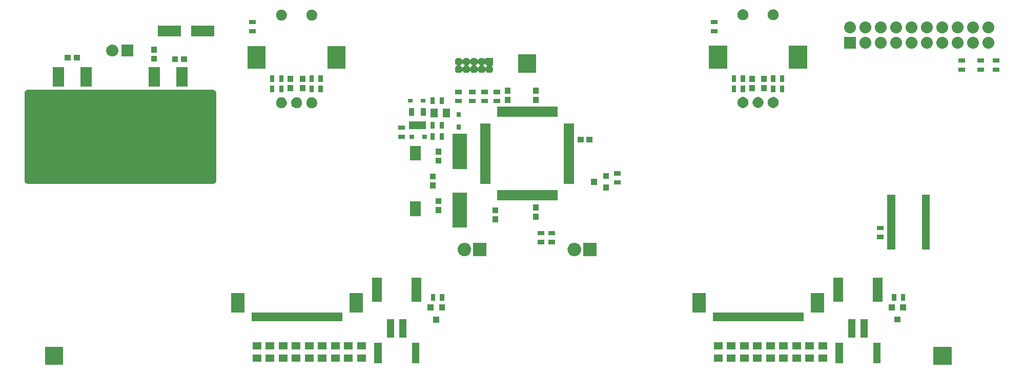
<source format=gbr>
G04 #@! TF.GenerationSoftware,KiCad,Pcbnew,5.0.2-bee76a0~70~ubuntu18.04.1*
G04 #@! TF.CreationDate,2019-04-15T14:09:08+02:00*
G04 #@! TF.ProjectId,top-board,746f702d-626f-4617-9264-2e6b69636164,rev?*
G04 #@! TF.SameCoordinates,PX47b3528PY2897428*
G04 #@! TF.FileFunction,Soldermask,Top*
G04 #@! TF.FilePolarity,Negative*
%FSLAX46Y46*%
G04 Gerber Fmt 4.6, Leading zero omitted, Abs format (unit mm)*
G04 Created by KiCad (PCBNEW 5.0.2-bee76a0~70~ubuntu18.04.1) date Mon 15 Apr 2019 02:09:08 PM CEST*
%MOMM*%
%LPD*%
G01*
G04 APERTURE LIST*
%ADD10C,0.100000*%
G04 APERTURE END LIST*
D10*
G36*
X151614000Y-56516400D02*
X148614000Y-56516400D01*
X148614000Y-53516400D01*
X151614000Y-53516400D01*
X151614000Y-56516400D01*
X151614000Y-56516400D01*
G37*
G36*
X4827400Y-56516400D02*
X1827400Y-56516400D01*
X1827400Y-53516400D01*
X4827400Y-53516400D01*
X4827400Y-56516400D01*
X4827400Y-56516400D01*
G37*
G36*
X133646540Y-56259200D02*
X132446540Y-56259200D01*
X132446540Y-52859200D01*
X133646540Y-52859200D01*
X133646540Y-56259200D01*
X133646540Y-56259200D01*
G37*
G36*
X139846540Y-56259200D02*
X138646540Y-56259200D01*
X138646540Y-52859200D01*
X139846540Y-52859200D01*
X139846540Y-56259200D01*
X139846540Y-56259200D01*
G37*
G36*
X57446540Y-56259200D02*
X56246540Y-56259200D01*
X56246540Y-52859200D01*
X57446540Y-52859200D01*
X57446540Y-56259200D01*
X57446540Y-56259200D01*
G37*
G36*
X63646540Y-56259200D02*
X62446540Y-56259200D01*
X62446540Y-52859200D01*
X63646540Y-52859200D01*
X63646540Y-56259200D01*
X63646540Y-56259200D01*
G37*
G36*
X37555600Y-56001900D02*
X36105600Y-56001900D01*
X36105600Y-54801900D01*
X37555600Y-54801900D01*
X37555600Y-56001900D01*
X37555600Y-56001900D01*
G37*
G36*
X115914600Y-56001900D02*
X114464600Y-56001900D01*
X114464600Y-54801900D01*
X115914600Y-54801900D01*
X115914600Y-56001900D01*
X115914600Y-56001900D01*
G37*
G36*
X118073600Y-56001900D02*
X116623600Y-56001900D01*
X116623600Y-54801900D01*
X118073600Y-54801900D01*
X118073600Y-56001900D01*
X118073600Y-56001900D01*
G37*
G36*
X122391600Y-56001900D02*
X120941600Y-56001900D01*
X120941600Y-54801900D01*
X122391600Y-54801900D01*
X122391600Y-56001900D01*
X122391600Y-56001900D01*
G37*
G36*
X131027600Y-56001900D02*
X129577600Y-56001900D01*
X129577600Y-54801900D01*
X131027600Y-54801900D01*
X131027600Y-56001900D01*
X131027600Y-56001900D01*
G37*
G36*
X52668600Y-56001900D02*
X51218600Y-56001900D01*
X51218600Y-54801900D01*
X52668600Y-54801900D01*
X52668600Y-56001900D01*
X52668600Y-56001900D01*
G37*
G36*
X50509600Y-56001900D02*
X49059600Y-56001900D01*
X49059600Y-54801900D01*
X50509600Y-54801900D01*
X50509600Y-56001900D01*
X50509600Y-56001900D01*
G37*
G36*
X48350600Y-56001900D02*
X46900600Y-56001900D01*
X46900600Y-54801900D01*
X48350600Y-54801900D01*
X48350600Y-56001900D01*
X48350600Y-56001900D01*
G37*
G36*
X44032600Y-56001900D02*
X42582600Y-56001900D01*
X42582600Y-54801900D01*
X44032600Y-54801900D01*
X44032600Y-56001900D01*
X44032600Y-56001900D01*
G37*
G36*
X54827600Y-56001900D02*
X53377600Y-56001900D01*
X53377600Y-54801900D01*
X54827600Y-54801900D01*
X54827600Y-56001900D01*
X54827600Y-56001900D01*
G37*
G36*
X124550600Y-56001900D02*
X123100600Y-56001900D01*
X123100600Y-54801900D01*
X124550600Y-54801900D01*
X124550600Y-56001900D01*
X124550600Y-56001900D01*
G37*
G36*
X120232600Y-56001900D02*
X118782600Y-56001900D01*
X118782600Y-54801900D01*
X120232600Y-54801900D01*
X120232600Y-56001900D01*
X120232600Y-56001900D01*
G37*
G36*
X126709600Y-56001900D02*
X125259600Y-56001900D01*
X125259600Y-54801900D01*
X126709600Y-54801900D01*
X126709600Y-56001900D01*
X126709600Y-56001900D01*
G37*
G36*
X128868600Y-56001900D02*
X127418600Y-56001900D01*
X127418600Y-54801900D01*
X128868600Y-54801900D01*
X128868600Y-56001900D01*
X128868600Y-56001900D01*
G37*
G36*
X113755600Y-56001900D02*
X112305600Y-56001900D01*
X112305600Y-54801900D01*
X113755600Y-54801900D01*
X113755600Y-56001900D01*
X113755600Y-56001900D01*
G37*
G36*
X39714600Y-56001900D02*
X38264600Y-56001900D01*
X38264600Y-54801900D01*
X39714600Y-54801900D01*
X39714600Y-56001900D01*
X39714600Y-56001900D01*
G37*
G36*
X41873600Y-56001900D02*
X40423600Y-56001900D01*
X40423600Y-54801900D01*
X41873600Y-54801900D01*
X41873600Y-56001900D01*
X41873600Y-56001900D01*
G37*
G36*
X46191600Y-56001900D02*
X44741600Y-56001900D01*
X44741600Y-54801900D01*
X46191600Y-54801900D01*
X46191600Y-56001900D01*
X46191600Y-56001900D01*
G37*
G36*
X52668600Y-54001900D02*
X51218600Y-54001900D01*
X51218600Y-52801900D01*
X52668600Y-52801900D01*
X52668600Y-54001900D01*
X52668600Y-54001900D01*
G37*
G36*
X54827600Y-54001900D02*
X53377600Y-54001900D01*
X53377600Y-52801900D01*
X54827600Y-52801900D01*
X54827600Y-54001900D01*
X54827600Y-54001900D01*
G37*
G36*
X46191600Y-54001900D02*
X44741600Y-54001900D01*
X44741600Y-52801900D01*
X46191600Y-52801900D01*
X46191600Y-54001900D01*
X46191600Y-54001900D01*
G37*
G36*
X44032600Y-54001900D02*
X42582600Y-54001900D01*
X42582600Y-52801900D01*
X44032600Y-52801900D01*
X44032600Y-54001900D01*
X44032600Y-54001900D01*
G37*
G36*
X48350600Y-54001900D02*
X46900600Y-54001900D01*
X46900600Y-52801900D01*
X48350600Y-52801900D01*
X48350600Y-54001900D01*
X48350600Y-54001900D01*
G37*
G36*
X50509600Y-54001900D02*
X49059600Y-54001900D01*
X49059600Y-52801900D01*
X50509600Y-52801900D01*
X50509600Y-54001900D01*
X50509600Y-54001900D01*
G37*
G36*
X37555600Y-54001900D02*
X36105600Y-54001900D01*
X36105600Y-52801900D01*
X37555600Y-52801900D01*
X37555600Y-54001900D01*
X37555600Y-54001900D01*
G37*
G36*
X41873600Y-54001900D02*
X40423600Y-54001900D01*
X40423600Y-52801900D01*
X41873600Y-52801900D01*
X41873600Y-54001900D01*
X41873600Y-54001900D01*
G37*
G36*
X131027600Y-54001900D02*
X129577600Y-54001900D01*
X129577600Y-52801900D01*
X131027600Y-52801900D01*
X131027600Y-54001900D01*
X131027600Y-54001900D01*
G37*
G36*
X124550600Y-54001900D02*
X123100600Y-54001900D01*
X123100600Y-52801900D01*
X124550600Y-52801900D01*
X124550600Y-54001900D01*
X124550600Y-54001900D01*
G37*
G36*
X118073600Y-54001900D02*
X116623600Y-54001900D01*
X116623600Y-52801900D01*
X118073600Y-52801900D01*
X118073600Y-54001900D01*
X118073600Y-54001900D01*
G37*
G36*
X126709600Y-54001900D02*
X125259600Y-54001900D01*
X125259600Y-52801900D01*
X126709600Y-52801900D01*
X126709600Y-54001900D01*
X126709600Y-54001900D01*
G37*
G36*
X115914600Y-54001900D02*
X114464600Y-54001900D01*
X114464600Y-52801900D01*
X115914600Y-52801900D01*
X115914600Y-54001900D01*
X115914600Y-54001900D01*
G37*
G36*
X128868600Y-54001900D02*
X127418600Y-54001900D01*
X127418600Y-52801900D01*
X128868600Y-52801900D01*
X128868600Y-54001900D01*
X128868600Y-54001900D01*
G37*
G36*
X113755600Y-54001900D02*
X112305600Y-54001900D01*
X112305600Y-52801900D01*
X113755600Y-52801900D01*
X113755600Y-54001900D01*
X113755600Y-54001900D01*
G37*
G36*
X39714600Y-54001900D02*
X38264600Y-54001900D01*
X38264600Y-52801900D01*
X39714600Y-52801900D01*
X39714600Y-54001900D01*
X39714600Y-54001900D01*
G37*
G36*
X120232600Y-54001900D02*
X118782600Y-54001900D01*
X118782600Y-52801900D01*
X120232600Y-52801900D01*
X120232600Y-54001900D01*
X120232600Y-54001900D01*
G37*
G36*
X122391600Y-54001900D02*
X120941600Y-54001900D01*
X120941600Y-52801900D01*
X122391600Y-52801900D01*
X122391600Y-54001900D01*
X122391600Y-54001900D01*
G37*
G36*
X135744600Y-52035400D02*
X134544600Y-52035400D01*
X134544600Y-48985400D01*
X135744600Y-48985400D01*
X135744600Y-52035400D01*
X135744600Y-52035400D01*
G37*
G36*
X137744600Y-52035400D02*
X136544600Y-52035400D01*
X136544600Y-48985400D01*
X137744600Y-48985400D01*
X137744600Y-52035400D01*
X137744600Y-52035400D01*
G37*
G36*
X59544600Y-52035400D02*
X58344600Y-52035400D01*
X58344600Y-48985400D01*
X59544600Y-48985400D01*
X59544600Y-52035400D01*
X59544600Y-52035400D01*
G37*
G36*
X61544600Y-52035400D02*
X60344600Y-52035400D01*
X60344600Y-48985400D01*
X61544600Y-48985400D01*
X61544600Y-52035400D01*
X61544600Y-52035400D01*
G37*
G36*
X66974390Y-49529670D02*
X65974290Y-49529670D01*
X65974290Y-48529570D01*
X66974390Y-48529570D01*
X66974390Y-49529670D01*
X66974390Y-49529670D01*
G37*
G36*
X143161690Y-49516970D02*
X142161590Y-49516970D01*
X142161590Y-48516870D01*
X143161690Y-48516870D01*
X143161690Y-49516970D01*
X143161690Y-49516970D01*
G37*
G36*
X127134600Y-49324900D02*
X112134600Y-49324900D01*
X112134600Y-47874900D01*
X127134600Y-47874900D01*
X127134600Y-49324900D01*
X127134600Y-49324900D01*
G37*
G36*
X50934600Y-49324900D02*
X35934600Y-49324900D01*
X35934600Y-47874900D01*
X50934600Y-47874900D01*
X50934600Y-49324900D01*
X50934600Y-49324900D01*
G37*
G36*
X130524600Y-47874900D02*
X128324600Y-47874900D01*
X128324600Y-44674900D01*
X130524600Y-44674900D01*
X130524600Y-47874900D01*
X130524600Y-47874900D01*
G37*
G36*
X110944600Y-47874900D02*
X108744600Y-47874900D01*
X108744600Y-44674900D01*
X110944600Y-44674900D01*
X110944600Y-47874900D01*
X110944600Y-47874900D01*
G37*
G36*
X34744600Y-47874900D02*
X32544600Y-47874900D01*
X32544600Y-44674900D01*
X34744600Y-44674900D01*
X34744600Y-47874900D01*
X34744600Y-47874900D01*
G37*
G36*
X54324600Y-47874900D02*
X52124600Y-47874900D01*
X52124600Y-44674900D01*
X54324600Y-44674900D01*
X54324600Y-47874900D01*
X54324600Y-47874900D01*
G37*
G36*
X67924390Y-47530690D02*
X66924290Y-47530690D01*
X66924290Y-46530590D01*
X67924390Y-46530590D01*
X67924390Y-47530690D01*
X67924390Y-47530690D01*
G37*
G36*
X66024390Y-47530690D02*
X65024290Y-47530690D01*
X65024290Y-46530590D01*
X66024390Y-46530590D01*
X66024390Y-47530690D01*
X66024390Y-47530690D01*
G37*
G36*
X144111690Y-47517990D02*
X143111590Y-47517990D01*
X143111590Y-46517890D01*
X144111690Y-46517890D01*
X144111690Y-47517990D01*
X144111690Y-47517990D01*
G37*
G36*
X142211690Y-47517990D02*
X141211590Y-47517990D01*
X141211590Y-46517890D01*
X142211690Y-46517890D01*
X142211690Y-47517990D01*
X142211690Y-47517990D01*
G37*
G36*
X133694600Y-46135400D02*
X132094600Y-46135400D01*
X132094600Y-42135400D01*
X133694600Y-42135400D01*
X133694600Y-46135400D01*
X133694600Y-46135400D01*
G37*
G36*
X63994600Y-46135400D02*
X62394600Y-46135400D01*
X62394600Y-42135400D01*
X63994600Y-42135400D01*
X63994600Y-46135400D01*
X63994600Y-46135400D01*
G37*
G36*
X140194600Y-46135400D02*
X138594600Y-46135400D01*
X138594600Y-42135400D01*
X140194600Y-42135400D01*
X140194600Y-46135400D01*
X140194600Y-46135400D01*
G37*
G36*
X57494600Y-46135400D02*
X55894600Y-46135400D01*
X55894600Y-42135400D01*
X57494600Y-42135400D01*
X57494600Y-46135400D01*
X57494600Y-46135400D01*
G37*
G36*
X143952140Y-45965200D02*
X143252140Y-45965200D01*
X143252140Y-44865200D01*
X143952140Y-44865200D01*
X143952140Y-45965200D01*
X143952140Y-45965200D01*
G37*
G36*
X66264840Y-45965200D02*
X65564840Y-45965200D01*
X65564840Y-44865200D01*
X66264840Y-44865200D01*
X66264840Y-45965200D01*
X66264840Y-45965200D01*
G37*
G36*
X67764840Y-45965200D02*
X67064840Y-45965200D01*
X67064840Y-44865200D01*
X67764840Y-44865200D01*
X67764840Y-45965200D01*
X67764840Y-45965200D01*
G37*
G36*
X142452140Y-45965200D02*
X141752140Y-45965200D01*
X141752140Y-44865200D01*
X142452140Y-44865200D01*
X142452140Y-45965200D01*
X142452140Y-45965200D01*
G37*
G36*
X92943100Y-38563400D02*
X90711100Y-38563400D01*
X90711100Y-36331400D01*
X92943100Y-36331400D01*
X92943100Y-38563400D01*
X92943100Y-38563400D01*
G37*
G36*
X89374709Y-36334630D02*
X89505874Y-36347548D01*
X89716241Y-36411362D01*
X89764067Y-36436925D01*
X89910116Y-36514990D01*
X90080049Y-36654451D01*
X90219510Y-36824384D01*
X90233843Y-36851200D01*
X90323138Y-37018259D01*
X90386952Y-37228626D01*
X90408499Y-37447400D01*
X90386952Y-37666174D01*
X90323138Y-37876541D01*
X90323135Y-37876546D01*
X90219510Y-38070416D01*
X90080049Y-38240349D01*
X89910116Y-38379810D01*
X89764067Y-38457875D01*
X89716241Y-38483438D01*
X89505874Y-38547252D01*
X89374709Y-38560170D01*
X89341919Y-38563400D01*
X89232281Y-38563400D01*
X89199491Y-38560170D01*
X89068326Y-38547252D01*
X88857959Y-38483438D01*
X88810133Y-38457875D01*
X88664084Y-38379810D01*
X88494151Y-38240349D01*
X88354690Y-38070416D01*
X88251065Y-37876546D01*
X88251062Y-37876541D01*
X88187248Y-37666174D01*
X88165701Y-37447400D01*
X88187248Y-37228626D01*
X88251062Y-37018259D01*
X88340357Y-36851200D01*
X88354690Y-36824384D01*
X88494151Y-36654451D01*
X88664084Y-36514990D01*
X88810133Y-36436925D01*
X88857959Y-36411362D01*
X89068326Y-36347548D01*
X89199491Y-36334630D01*
X89232281Y-36331400D01*
X89341919Y-36331400D01*
X89374709Y-36334630D01*
X89374709Y-36334630D01*
G37*
G36*
X74782100Y-38563400D02*
X72550100Y-38563400D01*
X72550100Y-36331400D01*
X74782100Y-36331400D01*
X74782100Y-38563400D01*
X74782100Y-38563400D01*
G37*
G36*
X71213709Y-36334630D02*
X71344874Y-36347548D01*
X71555241Y-36411362D01*
X71603067Y-36436925D01*
X71749116Y-36514990D01*
X71919049Y-36654451D01*
X72058510Y-36824384D01*
X72072843Y-36851200D01*
X72162138Y-37018259D01*
X72225952Y-37228626D01*
X72247499Y-37447400D01*
X72225952Y-37666174D01*
X72162138Y-37876541D01*
X72162135Y-37876546D01*
X72058510Y-38070416D01*
X71919049Y-38240349D01*
X71749116Y-38379810D01*
X71603067Y-38457875D01*
X71555241Y-38483438D01*
X71344874Y-38547252D01*
X71213709Y-38560170D01*
X71180919Y-38563400D01*
X71071281Y-38563400D01*
X71038491Y-38560170D01*
X70907326Y-38547252D01*
X70696959Y-38483438D01*
X70649133Y-38457875D01*
X70503084Y-38379810D01*
X70333151Y-38240349D01*
X70193690Y-38070416D01*
X70090065Y-37876546D01*
X70090062Y-37876541D01*
X70026248Y-37666174D01*
X70004701Y-37447400D01*
X70026248Y-37228626D01*
X70090062Y-37018259D01*
X70179357Y-36851200D01*
X70193690Y-36824384D01*
X70333151Y-36654451D01*
X70503084Y-36514990D01*
X70649133Y-36436925D01*
X70696959Y-36411362D01*
X70907326Y-36347548D01*
X71038491Y-36334630D01*
X71071281Y-36331400D01*
X71180919Y-36331400D01*
X71213709Y-36334630D01*
X71213709Y-36334630D01*
G37*
G36*
X147975800Y-37451200D02*
X146675800Y-37451200D01*
X146675800Y-28401200D01*
X147975800Y-28401200D01*
X147975800Y-37451200D01*
X147975800Y-37451200D01*
G37*
G36*
X142275800Y-37451200D02*
X140975800Y-37451200D01*
X140975800Y-28401200D01*
X142275800Y-28401200D01*
X142275800Y-37451200D01*
X142275800Y-37451200D01*
G37*
G36*
X84307100Y-36578900D02*
X83207100Y-36578900D01*
X83207100Y-35878900D01*
X84307100Y-35878900D01*
X84307100Y-36578900D01*
X84307100Y-36578900D01*
G37*
G36*
X86085100Y-36578900D02*
X84985100Y-36578900D01*
X84985100Y-35878900D01*
X86085100Y-35878900D01*
X86085100Y-36578900D01*
X86085100Y-36578900D01*
G37*
G36*
X140379540Y-35745600D02*
X139279540Y-35745600D01*
X139279540Y-35045600D01*
X140379540Y-35045600D01*
X140379540Y-35745600D01*
X140379540Y-35745600D01*
G37*
G36*
X86085100Y-35078900D02*
X84985100Y-35078900D01*
X84985100Y-34378900D01*
X86085100Y-34378900D01*
X86085100Y-35078900D01*
X86085100Y-35078900D01*
G37*
G36*
X84307100Y-35078900D02*
X83207100Y-35078900D01*
X83207100Y-34378900D01*
X84307100Y-34378900D01*
X84307100Y-35078900D01*
X84307100Y-35078900D01*
G37*
G36*
X140379540Y-34245600D02*
X139279540Y-34245600D01*
X139279540Y-33545600D01*
X140379540Y-33545600D01*
X140379540Y-34245600D01*
X140379540Y-34245600D01*
G37*
G36*
X71496190Y-33830110D02*
X69195610Y-33830110D01*
X69195610Y-28029410D01*
X71496190Y-28029410D01*
X71496190Y-33830110D01*
X71496190Y-33830110D01*
G37*
G36*
X76675600Y-32982400D02*
X75725600Y-32982400D01*
X75725600Y-31982400D01*
X76675600Y-31982400D01*
X76675600Y-32982400D01*
X76675600Y-32982400D01*
G37*
G36*
X83406600Y-32537900D02*
X82456600Y-32537900D01*
X82456600Y-31537900D01*
X83406600Y-31537900D01*
X83406600Y-32537900D01*
X83406600Y-32537900D01*
G37*
G36*
X63890060Y-31926720D02*
X62090060Y-31926720D01*
X62090060Y-29546720D01*
X63890060Y-29546720D01*
X63890060Y-31926720D01*
X63890060Y-31926720D01*
G37*
G36*
X76675600Y-31482400D02*
X75725600Y-31482400D01*
X75725600Y-30482400D01*
X76675600Y-30482400D01*
X76675600Y-31482400D01*
X76675600Y-31482400D01*
G37*
G36*
X67277600Y-31458400D02*
X66327600Y-31458400D01*
X66327600Y-30458400D01*
X67277600Y-30458400D01*
X67277600Y-31458400D01*
X67277600Y-31458400D01*
G37*
G36*
X83406600Y-31037900D02*
X82456600Y-31037900D01*
X82456600Y-30037900D01*
X83406600Y-30037900D01*
X83406600Y-31037900D01*
X83406600Y-31037900D01*
G37*
G36*
X67277600Y-29958400D02*
X66327600Y-29958400D01*
X66327600Y-28958400D01*
X67277600Y-28958400D01*
X67277600Y-29958400D01*
X67277600Y-29958400D01*
G37*
G36*
X86499200Y-29347800D02*
X76519200Y-29347800D01*
X76519200Y-27647800D01*
X86499200Y-27647800D01*
X86499200Y-29347800D01*
X86499200Y-29347800D01*
G37*
G36*
X95024910Y-27721450D02*
X94024810Y-27721450D01*
X94024810Y-26721350D01*
X95024910Y-26721350D01*
X95024910Y-27721450D01*
X95024910Y-27721450D01*
G37*
G36*
X66388600Y-27394400D02*
X65438600Y-27394400D01*
X65438600Y-26394400D01*
X66388600Y-26394400D01*
X66388600Y-27394400D01*
X66388600Y-27394400D01*
G37*
G36*
X93025930Y-26771450D02*
X92025830Y-26771450D01*
X92025830Y-25771350D01*
X93025930Y-25771350D01*
X93025930Y-26771450D01*
X93025930Y-26771450D01*
G37*
G36*
X96943600Y-26736400D02*
X95843600Y-26736400D01*
X95843600Y-26036400D01*
X96943600Y-26036400D01*
X96943600Y-26736400D01*
X96943600Y-26736400D01*
G37*
G36*
X29665157Y-11064881D02*
X29821703Y-11106827D01*
X29821704Y-11106828D01*
X29837600Y-11111087D01*
X30020613Y-11294100D01*
X30087600Y-11544100D01*
X30087600Y-26101600D01*
X30020613Y-26351600D01*
X29837600Y-26534613D01*
X29821704Y-26538872D01*
X29821703Y-26538873D01*
X29665157Y-26580819D01*
X29587600Y-26601600D01*
X-1022700Y-26601600D01*
X-1100257Y-26580819D01*
X-1256803Y-26538873D01*
X-1256804Y-26538872D01*
X-1272700Y-26534613D01*
X-1455713Y-26351600D01*
X-1522700Y-26101600D01*
X-1522700Y-11544100D01*
X-1455713Y-11294100D01*
X-1272700Y-11111087D01*
X-1256804Y-11106828D01*
X-1256803Y-11106827D01*
X-1100257Y-11064881D01*
X-1022700Y-11044100D01*
X29587600Y-11044100D01*
X29665157Y-11064881D01*
X29665157Y-11064881D01*
G37*
G36*
X89259200Y-26587800D02*
X87559200Y-26587800D01*
X87559200Y-16607800D01*
X89259200Y-16607800D01*
X89259200Y-26587800D01*
X89259200Y-26587800D01*
G37*
G36*
X75459200Y-26587800D02*
X73759200Y-26587800D01*
X73759200Y-16607800D01*
X75459200Y-16607800D01*
X75459200Y-26587800D01*
X75459200Y-26587800D01*
G37*
G36*
X66388600Y-25894400D02*
X65438600Y-25894400D01*
X65438600Y-24894400D01*
X66388600Y-24894400D01*
X66388600Y-25894400D01*
X66388600Y-25894400D01*
G37*
G36*
X95024910Y-25821450D02*
X94024810Y-25821450D01*
X94024810Y-24821350D01*
X95024910Y-24821350D01*
X95024910Y-25821450D01*
X95024910Y-25821450D01*
G37*
G36*
X96943600Y-25236400D02*
X95843600Y-25236400D01*
X95843600Y-24536400D01*
X96943600Y-24536400D01*
X96943600Y-25236400D01*
X96943600Y-25236400D01*
G37*
G36*
X71496190Y-24132390D02*
X69195610Y-24132390D01*
X69195610Y-18331690D01*
X71496190Y-18331690D01*
X71496190Y-24132390D01*
X71496190Y-24132390D01*
G37*
G36*
X67277600Y-23266900D02*
X66327600Y-23266900D01*
X66327600Y-22266900D01*
X67277600Y-22266900D01*
X67277600Y-23266900D01*
X67277600Y-23266900D01*
G37*
G36*
X63894700Y-22721860D02*
X62094700Y-22721860D01*
X62094700Y-20341860D01*
X63894700Y-20341860D01*
X63894700Y-22721860D01*
X63894700Y-22721860D01*
G37*
G36*
X67277600Y-21766900D02*
X66327600Y-21766900D01*
X66327600Y-20766900D01*
X67277600Y-20766900D01*
X67277600Y-21766900D01*
X67277600Y-21766900D01*
G37*
G36*
X90797600Y-19761400D02*
X89797600Y-19761400D01*
X89797600Y-18811400D01*
X90797600Y-18811400D01*
X90797600Y-19761400D01*
X90797600Y-19761400D01*
G37*
G36*
X92297600Y-19761400D02*
X91297600Y-19761400D01*
X91297600Y-18811400D01*
X92297600Y-18811400D01*
X92297600Y-19761400D01*
X92297600Y-19761400D01*
G37*
G36*
X66212100Y-19328400D02*
X65512100Y-19328400D01*
X65512100Y-18228400D01*
X66212100Y-18228400D01*
X66212100Y-19328400D01*
X66212100Y-19328400D01*
G37*
G36*
X67712100Y-19328400D02*
X67012100Y-19328400D01*
X67012100Y-18228400D01*
X67712100Y-18228400D01*
X67712100Y-19328400D01*
X67712100Y-19328400D01*
G37*
G36*
X61320100Y-19179900D02*
X60220100Y-19179900D01*
X60220100Y-18479900D01*
X61320100Y-18479900D01*
X61320100Y-19179900D01*
X61320100Y-19179900D01*
G37*
G36*
X64950600Y-19166900D02*
X64160600Y-19166900D01*
X64160600Y-18516900D01*
X64950600Y-18516900D01*
X64950600Y-19166900D01*
X64950600Y-19166900D01*
G37*
G36*
X62840600Y-19166900D02*
X62050600Y-19166900D01*
X62050600Y-18516900D01*
X62840600Y-18516900D01*
X62840600Y-19166900D01*
X62840600Y-19166900D01*
G37*
G36*
X61320100Y-17679900D02*
X60220100Y-17679900D01*
X60220100Y-16979900D01*
X61320100Y-16979900D01*
X61320100Y-17679900D01*
X61320100Y-17679900D01*
G37*
G36*
X70480400Y-17637600D02*
X69830400Y-17637600D01*
X69830400Y-16847600D01*
X70480400Y-16847600D01*
X70480400Y-17637600D01*
X70480400Y-17637600D01*
G37*
G36*
X64748600Y-17587400D02*
X61998600Y-17587400D01*
X61998600Y-16327400D01*
X64748600Y-16327400D01*
X64748600Y-17587400D01*
X64748600Y-17587400D01*
G37*
G36*
X67712100Y-17486900D02*
X67012100Y-17486900D01*
X67012100Y-16386900D01*
X67712100Y-16386900D01*
X67712100Y-17486900D01*
X67712100Y-17486900D01*
G37*
G36*
X66212100Y-17486900D02*
X65512100Y-17486900D01*
X65512100Y-16386900D01*
X66212100Y-16386900D01*
X66212100Y-17486900D01*
X66212100Y-17486900D01*
G37*
G36*
X66720100Y-15629900D02*
X65520100Y-15629900D01*
X65520100Y-14179900D01*
X66720100Y-14179900D01*
X66720100Y-15629900D01*
X66720100Y-15629900D01*
G37*
G36*
X68720100Y-15629900D02*
X67520100Y-15629900D01*
X67520100Y-14179900D01*
X68720100Y-14179900D01*
X68720100Y-15629900D01*
X68720100Y-15629900D01*
G37*
G36*
X86499200Y-15547800D02*
X76519200Y-15547800D01*
X76519200Y-13847800D01*
X86499200Y-13847800D01*
X86499200Y-15547800D01*
X86499200Y-15547800D01*
G37*
G36*
X70480400Y-15527600D02*
X69830400Y-15527600D01*
X69830400Y-14737600D01*
X70480400Y-14737600D01*
X70480400Y-15527600D01*
X70480400Y-15527600D01*
G37*
G36*
X64748600Y-15387400D02*
X63898600Y-15387400D01*
X63898600Y-14127400D01*
X64748600Y-14127400D01*
X64748600Y-15387400D01*
X64748600Y-15387400D01*
G37*
G36*
X62848600Y-15387400D02*
X61998600Y-15387400D01*
X61998600Y-14127400D01*
X62848600Y-14127400D01*
X62848600Y-15387400D01*
X62848600Y-15387400D01*
G37*
G36*
X41160921Y-12350386D02*
X41324709Y-12418229D01*
X41472120Y-12516726D01*
X41597474Y-12642080D01*
X41695971Y-12789491D01*
X41763814Y-12953279D01*
X41798400Y-13127156D01*
X41798400Y-13304444D01*
X41763814Y-13478321D01*
X41695971Y-13642109D01*
X41597474Y-13789520D01*
X41472120Y-13914874D01*
X41324709Y-14013371D01*
X41160921Y-14081214D01*
X40987044Y-14115800D01*
X40809756Y-14115800D01*
X40635879Y-14081214D01*
X40472091Y-14013371D01*
X40324680Y-13914874D01*
X40199326Y-13789520D01*
X40100829Y-13642109D01*
X40032986Y-13478321D01*
X39998400Y-13304444D01*
X39998400Y-13127156D01*
X40032986Y-12953279D01*
X40100829Y-12789491D01*
X40199326Y-12642080D01*
X40324680Y-12516726D01*
X40472091Y-12418229D01*
X40635879Y-12350386D01*
X40809756Y-12315800D01*
X40987044Y-12315800D01*
X41160921Y-12350386D01*
X41160921Y-12350386D01*
G37*
G36*
X43660921Y-12350386D02*
X43824709Y-12418229D01*
X43972120Y-12516726D01*
X44097474Y-12642080D01*
X44195971Y-12789491D01*
X44263814Y-12953279D01*
X44298400Y-13127156D01*
X44298400Y-13304444D01*
X44263814Y-13478321D01*
X44195971Y-13642109D01*
X44097474Y-13789520D01*
X43972120Y-13914874D01*
X43824709Y-14013371D01*
X43660921Y-14081214D01*
X43487044Y-14115800D01*
X43309756Y-14115800D01*
X43135879Y-14081214D01*
X42972091Y-14013371D01*
X42824680Y-13914874D01*
X42699326Y-13789520D01*
X42600829Y-13642109D01*
X42532986Y-13478321D01*
X42498400Y-13304444D01*
X42498400Y-13127156D01*
X42532986Y-12953279D01*
X42600829Y-12789491D01*
X42699326Y-12642080D01*
X42824680Y-12516726D01*
X42972091Y-12418229D01*
X43135879Y-12350386D01*
X43309756Y-12315800D01*
X43487044Y-12315800D01*
X43660921Y-12350386D01*
X43660921Y-12350386D01*
G37*
G36*
X46160921Y-12350386D02*
X46324709Y-12418229D01*
X46472120Y-12516726D01*
X46597474Y-12642080D01*
X46695971Y-12789491D01*
X46763814Y-12953279D01*
X46798400Y-13127156D01*
X46798400Y-13304444D01*
X46763814Y-13478321D01*
X46695971Y-13642109D01*
X46597474Y-13789520D01*
X46472120Y-13914874D01*
X46324709Y-14013371D01*
X46160921Y-14081214D01*
X45987044Y-14115800D01*
X45809756Y-14115800D01*
X45635879Y-14081214D01*
X45472091Y-14013371D01*
X45324680Y-13914874D01*
X45199326Y-13789520D01*
X45100829Y-13642109D01*
X45032986Y-13478321D01*
X44998400Y-13304444D01*
X44998400Y-13127156D01*
X45032986Y-12953279D01*
X45100829Y-12789491D01*
X45199326Y-12642080D01*
X45324680Y-12516726D01*
X45472091Y-12418229D01*
X45635879Y-12350386D01*
X45809756Y-12315800D01*
X45987044Y-12315800D01*
X46160921Y-12350386D01*
X46160921Y-12350386D01*
G37*
G36*
X117386321Y-12299586D02*
X117550109Y-12367429D01*
X117697520Y-12465926D01*
X117822874Y-12591280D01*
X117921371Y-12738691D01*
X117989214Y-12902479D01*
X118023800Y-13076356D01*
X118023800Y-13253644D01*
X117989214Y-13427521D01*
X117921371Y-13591309D01*
X117822874Y-13738720D01*
X117697520Y-13864074D01*
X117550109Y-13962571D01*
X117386321Y-14030414D01*
X117212444Y-14065000D01*
X117035156Y-14065000D01*
X116861279Y-14030414D01*
X116697491Y-13962571D01*
X116550080Y-13864074D01*
X116424726Y-13738720D01*
X116326229Y-13591309D01*
X116258386Y-13427521D01*
X116223800Y-13253644D01*
X116223800Y-13076356D01*
X116258386Y-12902479D01*
X116326229Y-12738691D01*
X116424726Y-12591280D01*
X116550080Y-12465926D01*
X116697491Y-12367429D01*
X116861279Y-12299586D01*
X117035156Y-12265000D01*
X117212444Y-12265000D01*
X117386321Y-12299586D01*
X117386321Y-12299586D01*
G37*
G36*
X122386321Y-12299586D02*
X122550109Y-12367429D01*
X122697520Y-12465926D01*
X122822874Y-12591280D01*
X122921371Y-12738691D01*
X122989214Y-12902479D01*
X123023800Y-13076356D01*
X123023800Y-13253644D01*
X122989214Y-13427521D01*
X122921371Y-13591309D01*
X122822874Y-13738720D01*
X122697520Y-13864074D01*
X122550109Y-13962571D01*
X122386321Y-14030414D01*
X122212444Y-14065000D01*
X122035156Y-14065000D01*
X121861279Y-14030414D01*
X121697491Y-13962571D01*
X121550080Y-13864074D01*
X121424726Y-13738720D01*
X121326229Y-13591309D01*
X121258386Y-13427521D01*
X121223800Y-13253644D01*
X121223800Y-13076356D01*
X121258386Y-12902479D01*
X121326229Y-12738691D01*
X121424726Y-12591280D01*
X121550080Y-12465926D01*
X121697491Y-12367429D01*
X121861279Y-12299586D01*
X122035156Y-12265000D01*
X122212444Y-12265000D01*
X122386321Y-12299586D01*
X122386321Y-12299586D01*
G37*
G36*
X119886321Y-12299586D02*
X120050109Y-12367429D01*
X120197520Y-12465926D01*
X120322874Y-12591280D01*
X120421371Y-12738691D01*
X120489214Y-12902479D01*
X120523800Y-13076356D01*
X120523800Y-13253644D01*
X120489214Y-13427521D01*
X120421371Y-13591309D01*
X120322874Y-13738720D01*
X120197520Y-13864074D01*
X120050109Y-13962571D01*
X119886321Y-14030414D01*
X119712444Y-14065000D01*
X119535156Y-14065000D01*
X119361279Y-14030414D01*
X119197491Y-13962571D01*
X119050080Y-13864074D01*
X118924726Y-13738720D01*
X118826229Y-13591309D01*
X118758386Y-13427521D01*
X118723800Y-13253644D01*
X118723800Y-13076356D01*
X118758386Y-12902479D01*
X118826229Y-12738691D01*
X118924726Y-12591280D01*
X119050080Y-12465926D01*
X119197491Y-12367429D01*
X119361279Y-12299586D01*
X119535156Y-12265000D01*
X119712444Y-12265000D01*
X119886321Y-12299586D01*
X119886321Y-12299586D01*
G37*
G36*
X67712100Y-13422900D02*
X67012100Y-13422900D01*
X67012100Y-12322900D01*
X67712100Y-12322900D01*
X67712100Y-13422900D01*
X67712100Y-13422900D01*
G37*
G36*
X66212100Y-13422900D02*
X65512100Y-13422900D01*
X65512100Y-12322900D01*
X66212100Y-12322900D01*
X66212100Y-13422900D01*
X66212100Y-13422900D01*
G37*
G36*
X70654600Y-13274400D02*
X69554600Y-13274400D01*
X69554600Y-12574400D01*
X70654600Y-12574400D01*
X70654600Y-13274400D01*
X70654600Y-13274400D01*
G37*
G36*
X73004100Y-13274400D02*
X71904100Y-13274400D01*
X71904100Y-12574400D01*
X73004100Y-12574400D01*
X73004100Y-13274400D01*
X73004100Y-13274400D01*
G37*
G36*
X74972600Y-13274400D02*
X73872600Y-13274400D01*
X73872600Y-12574400D01*
X74972600Y-12574400D01*
X74972600Y-13274400D01*
X74972600Y-13274400D01*
G37*
G36*
X77004600Y-13274400D02*
X75904600Y-13274400D01*
X75904600Y-12574400D01*
X77004600Y-12574400D01*
X77004600Y-13274400D01*
X77004600Y-13274400D01*
G37*
G36*
X78707600Y-13233900D02*
X77757600Y-13233900D01*
X77757600Y-12233900D01*
X78707600Y-12233900D01*
X78707600Y-13233900D01*
X78707600Y-13233900D01*
G37*
G36*
X83420000Y-13221200D02*
X82470000Y-13221200D01*
X82470000Y-12221200D01*
X83420000Y-12221200D01*
X83420000Y-13221200D01*
X83420000Y-13221200D01*
G37*
G36*
X64696600Y-13197900D02*
X63906600Y-13197900D01*
X63906600Y-12547900D01*
X64696600Y-12547900D01*
X64696600Y-13197900D01*
X64696600Y-13197900D01*
G37*
G36*
X62586600Y-13197900D02*
X61796600Y-13197900D01*
X61796600Y-12547900D01*
X62586600Y-12547900D01*
X62586600Y-13197900D01*
X62586600Y-13197900D01*
G37*
G36*
X77004600Y-11774400D02*
X75904600Y-11774400D01*
X75904600Y-11074400D01*
X77004600Y-11074400D01*
X77004600Y-11774400D01*
X77004600Y-11774400D01*
G37*
G36*
X70654600Y-11774400D02*
X69554600Y-11774400D01*
X69554600Y-11074400D01*
X70654600Y-11074400D01*
X70654600Y-11774400D01*
X70654600Y-11774400D01*
G37*
G36*
X74972600Y-11774400D02*
X73872600Y-11774400D01*
X73872600Y-11074400D01*
X74972600Y-11074400D01*
X74972600Y-11774400D01*
X74972600Y-11774400D01*
G37*
G36*
X73004100Y-11774400D02*
X71904100Y-11774400D01*
X71904100Y-11074400D01*
X73004100Y-11074400D01*
X73004100Y-11774400D01*
X73004100Y-11774400D01*
G37*
G36*
X78707600Y-11733900D02*
X77757600Y-11733900D01*
X77757600Y-10733900D01*
X78707600Y-10733900D01*
X78707600Y-11733900D01*
X78707600Y-11733900D01*
G37*
G36*
X83420000Y-11721200D02*
X82470000Y-11721200D01*
X82470000Y-10721200D01*
X83420000Y-10721200D01*
X83420000Y-11721200D01*
X83420000Y-11721200D01*
G37*
G36*
X117483400Y-11479800D02*
X116783400Y-11479800D01*
X116783400Y-10379800D01*
X117483400Y-10379800D01*
X117483400Y-11479800D01*
X117483400Y-11479800D01*
G37*
G36*
X39732600Y-11479800D02*
X39032600Y-11479800D01*
X39032600Y-10379800D01*
X39732600Y-10379800D01*
X39732600Y-11479800D01*
X39732600Y-11479800D01*
G37*
G36*
X41232600Y-11479800D02*
X40532600Y-11479800D01*
X40532600Y-10379800D01*
X41232600Y-10379800D01*
X41232600Y-11479800D01*
X41232600Y-11479800D01*
G37*
G36*
X123960400Y-11479800D02*
X123260400Y-11479800D01*
X123260400Y-10379800D01*
X123960400Y-10379800D01*
X123960400Y-11479800D01*
X123960400Y-11479800D01*
G37*
G36*
X115983400Y-11479800D02*
X115283400Y-11479800D01*
X115283400Y-10379800D01*
X115983400Y-10379800D01*
X115983400Y-11479800D01*
X115983400Y-11479800D01*
G37*
G36*
X46209600Y-11479800D02*
X45509600Y-11479800D01*
X45509600Y-10379800D01*
X46209600Y-10379800D01*
X46209600Y-11479800D01*
X46209600Y-11479800D01*
G37*
G36*
X47709600Y-11479800D02*
X47009600Y-11479800D01*
X47009600Y-10379800D01*
X47709600Y-10379800D01*
X47709600Y-11479800D01*
X47709600Y-11479800D01*
G37*
G36*
X122460400Y-11479800D02*
X121760400Y-11479800D01*
X121760400Y-10379800D01*
X122460400Y-10379800D01*
X122460400Y-11479800D01*
X122460400Y-11479800D01*
G37*
G36*
X42842800Y-11290800D02*
X41892800Y-11290800D01*
X41892800Y-10290800D01*
X42842800Y-10290800D01*
X42842800Y-11290800D01*
X42842800Y-11290800D01*
G37*
G36*
X44849400Y-11290800D02*
X43899400Y-11290800D01*
X43899400Y-10290800D01*
X44849400Y-10290800D01*
X44849400Y-11290800D01*
X44849400Y-11290800D01*
G37*
G36*
X119093600Y-11290800D02*
X118143600Y-11290800D01*
X118143600Y-10290800D01*
X119093600Y-10290800D01*
X119093600Y-11290800D01*
X119093600Y-11290800D01*
G37*
G36*
X121100200Y-11290800D02*
X120150200Y-11290800D01*
X120150200Y-10290800D01*
X121100200Y-10290800D01*
X121100200Y-11290800D01*
X121100200Y-11290800D01*
G37*
G36*
X4990100Y-10559900D02*
X3139100Y-10559900D01*
X3139100Y-7311900D01*
X4990100Y-7311900D01*
X4990100Y-10559900D01*
X4990100Y-10559900D01*
G37*
G36*
X9562100Y-10559900D02*
X7711100Y-10559900D01*
X7711100Y-7311900D01*
X9562100Y-7311900D01*
X9562100Y-10559900D01*
X9562100Y-10559900D01*
G37*
G36*
X20801600Y-10559900D02*
X18950600Y-10559900D01*
X18950600Y-7311900D01*
X20801600Y-7311900D01*
X20801600Y-10559900D01*
X20801600Y-10559900D01*
G37*
G36*
X25373600Y-10559900D02*
X23522600Y-10559900D01*
X23522600Y-7311900D01*
X25373600Y-7311900D01*
X25373600Y-10559900D01*
X25373600Y-10559900D01*
G37*
G36*
X121100200Y-9790800D02*
X120150200Y-9790800D01*
X120150200Y-8790800D01*
X121100200Y-8790800D01*
X121100200Y-9790800D01*
X121100200Y-9790800D01*
G37*
G36*
X42842800Y-9790800D02*
X41892800Y-9790800D01*
X41892800Y-8790800D01*
X42842800Y-8790800D01*
X42842800Y-9790800D01*
X42842800Y-9790800D01*
G37*
G36*
X44849400Y-9790800D02*
X43899400Y-9790800D01*
X43899400Y-8790800D01*
X44849400Y-8790800D01*
X44849400Y-9790800D01*
X44849400Y-9790800D01*
G37*
G36*
X119093600Y-9790800D02*
X118143600Y-9790800D01*
X118143600Y-8790800D01*
X119093600Y-8790800D01*
X119093600Y-9790800D01*
X119093600Y-9790800D01*
G37*
G36*
X46209600Y-9752600D02*
X45509600Y-9752600D01*
X45509600Y-8652600D01*
X46209600Y-8652600D01*
X46209600Y-9752600D01*
X46209600Y-9752600D01*
G37*
G36*
X47709600Y-9752600D02*
X47009600Y-9752600D01*
X47009600Y-8652600D01*
X47709600Y-8652600D01*
X47709600Y-9752600D01*
X47709600Y-9752600D01*
G37*
G36*
X115983400Y-9752600D02*
X115283400Y-9752600D01*
X115283400Y-8652600D01*
X115983400Y-8652600D01*
X115983400Y-9752600D01*
X115983400Y-9752600D01*
G37*
G36*
X117483400Y-9752600D02*
X116783400Y-9752600D01*
X116783400Y-8652600D01*
X117483400Y-8652600D01*
X117483400Y-9752600D01*
X117483400Y-9752600D01*
G37*
G36*
X122460400Y-9752600D02*
X121760400Y-9752600D01*
X121760400Y-8652600D01*
X122460400Y-8652600D01*
X122460400Y-9752600D01*
X122460400Y-9752600D01*
G37*
G36*
X41232600Y-9752600D02*
X40532600Y-9752600D01*
X40532600Y-8652600D01*
X41232600Y-8652600D01*
X41232600Y-9752600D01*
X41232600Y-9752600D01*
G37*
G36*
X123960400Y-9752600D02*
X123260400Y-9752600D01*
X123260400Y-8652600D01*
X123960400Y-8652600D01*
X123960400Y-9752600D01*
X123960400Y-9752600D01*
G37*
G36*
X39732600Y-9752600D02*
X39032600Y-9752600D01*
X39032600Y-8652600D01*
X39732600Y-8652600D01*
X39732600Y-9752600D01*
X39732600Y-9752600D01*
G37*
G36*
X70350403Y-5794918D02*
X70350405Y-5794919D01*
X70350406Y-5794919D01*
X70464148Y-5842032D01*
X70520411Y-5879626D01*
X70566517Y-5910433D01*
X70653567Y-5997483D01*
X70699166Y-6065727D01*
X70714711Y-6084669D01*
X70733653Y-6100215D01*
X70755264Y-6111766D01*
X70778713Y-6118879D01*
X70803100Y-6121281D01*
X70827486Y-6118879D01*
X70850935Y-6111766D01*
X70872546Y-6100215D01*
X70891488Y-6084670D01*
X70907034Y-6065727D01*
X70952633Y-5997483D01*
X71039683Y-5910433D01*
X71085789Y-5879626D01*
X71142052Y-5842032D01*
X71255794Y-5794919D01*
X71255795Y-5794919D01*
X71255797Y-5794918D01*
X71376541Y-5770900D01*
X71499659Y-5770900D01*
X71620403Y-5794918D01*
X71620405Y-5794919D01*
X71620406Y-5794919D01*
X71734148Y-5842032D01*
X71790411Y-5879626D01*
X71836517Y-5910433D01*
X71923567Y-5997483D01*
X71969166Y-6065727D01*
X71984711Y-6084669D01*
X72003653Y-6100215D01*
X72025264Y-6111766D01*
X72048713Y-6118879D01*
X72073100Y-6121281D01*
X72097486Y-6118879D01*
X72120935Y-6111766D01*
X72142546Y-6100215D01*
X72161488Y-6084670D01*
X72177034Y-6065727D01*
X72222633Y-5997483D01*
X72309683Y-5910433D01*
X72355789Y-5879626D01*
X72412052Y-5842032D01*
X72525794Y-5794919D01*
X72525795Y-5794919D01*
X72525797Y-5794918D01*
X72646541Y-5770900D01*
X72769659Y-5770900D01*
X72890403Y-5794918D01*
X72890405Y-5794919D01*
X72890406Y-5794919D01*
X73004148Y-5842032D01*
X73060411Y-5879626D01*
X73106517Y-5910433D01*
X73193567Y-5997483D01*
X73239166Y-6065727D01*
X73254711Y-6084669D01*
X73273653Y-6100215D01*
X73295264Y-6111766D01*
X73318713Y-6118879D01*
X73343100Y-6121281D01*
X73367486Y-6118879D01*
X73390935Y-6111766D01*
X73412546Y-6100215D01*
X73431488Y-6084670D01*
X73447034Y-6065727D01*
X73492633Y-5997483D01*
X73579683Y-5910433D01*
X73625789Y-5879626D01*
X73682052Y-5842032D01*
X73795794Y-5794919D01*
X73795795Y-5794919D01*
X73795797Y-5794918D01*
X73916541Y-5770900D01*
X74039659Y-5770900D01*
X74160403Y-5794918D01*
X74160405Y-5794919D01*
X74160406Y-5794919D01*
X74274148Y-5842032D01*
X74330411Y-5879626D01*
X74376517Y-5910433D01*
X74409712Y-5943628D01*
X74428654Y-5959174D01*
X74450265Y-5970725D01*
X74473714Y-5977838D01*
X74498100Y-5980240D01*
X74522486Y-5977838D01*
X74545935Y-5970725D01*
X74567546Y-5959174D01*
X74586488Y-5943628D01*
X74602034Y-5924686D01*
X74613585Y-5903075D01*
X74620698Y-5879626D01*
X74623100Y-5855240D01*
X74623100Y-5770900D01*
X75873100Y-5770900D01*
X75873100Y-7020900D01*
X75788760Y-7020900D01*
X75764374Y-7023302D01*
X75740925Y-7030415D01*
X75719314Y-7041966D01*
X75700372Y-7057512D01*
X75684826Y-7076454D01*
X75673275Y-7098065D01*
X75666162Y-7121514D01*
X75663760Y-7145900D01*
X75666162Y-7170286D01*
X75673275Y-7193735D01*
X75684826Y-7215346D01*
X75700372Y-7234288D01*
X75733567Y-7267483D01*
X75733569Y-7267486D01*
X75801968Y-7369852D01*
X75849081Y-7483594D01*
X75873100Y-7604343D01*
X75873100Y-7727457D01*
X75849081Y-7848206D01*
X75801968Y-7961948D01*
X75791823Y-7977131D01*
X75733567Y-8064317D01*
X75646517Y-8151367D01*
X75646514Y-8151369D01*
X75544148Y-8219768D01*
X75430406Y-8266881D01*
X75430405Y-8266881D01*
X75430403Y-8266882D01*
X75309659Y-8290900D01*
X75186541Y-8290900D01*
X75065797Y-8266882D01*
X75065795Y-8266881D01*
X75065794Y-8266881D01*
X74952052Y-8219768D01*
X74849686Y-8151369D01*
X74849683Y-8151367D01*
X74762633Y-8064317D01*
X74717034Y-7996073D01*
X74701489Y-7977131D01*
X74682547Y-7961585D01*
X74660936Y-7950034D01*
X74637487Y-7942921D01*
X74613100Y-7940519D01*
X74588714Y-7942921D01*
X74565265Y-7950034D01*
X74543654Y-7961585D01*
X74524712Y-7977130D01*
X74509166Y-7996073D01*
X74463567Y-8064317D01*
X74376517Y-8151367D01*
X74376514Y-8151369D01*
X74274148Y-8219768D01*
X74160406Y-8266881D01*
X74160405Y-8266881D01*
X74160403Y-8266882D01*
X74039659Y-8290900D01*
X73916541Y-8290900D01*
X73795797Y-8266882D01*
X73795795Y-8266881D01*
X73795794Y-8266881D01*
X73682052Y-8219768D01*
X73579686Y-8151369D01*
X73579683Y-8151367D01*
X73492633Y-8064317D01*
X73447034Y-7996073D01*
X73431489Y-7977131D01*
X73412547Y-7961585D01*
X73390936Y-7950034D01*
X73367487Y-7942921D01*
X73343100Y-7940519D01*
X73318714Y-7942921D01*
X73295265Y-7950034D01*
X73273654Y-7961585D01*
X73254712Y-7977130D01*
X73239166Y-7996073D01*
X73193567Y-8064317D01*
X73106517Y-8151367D01*
X73106514Y-8151369D01*
X73004148Y-8219768D01*
X72890406Y-8266881D01*
X72890405Y-8266881D01*
X72890403Y-8266882D01*
X72769659Y-8290900D01*
X72646541Y-8290900D01*
X72525797Y-8266882D01*
X72525795Y-8266881D01*
X72525794Y-8266881D01*
X72412052Y-8219768D01*
X72309686Y-8151369D01*
X72309683Y-8151367D01*
X72222633Y-8064317D01*
X72177034Y-7996073D01*
X72161489Y-7977131D01*
X72142547Y-7961585D01*
X72120936Y-7950034D01*
X72097487Y-7942921D01*
X72073100Y-7940519D01*
X72048714Y-7942921D01*
X72025265Y-7950034D01*
X72003654Y-7961585D01*
X71984712Y-7977130D01*
X71969166Y-7996073D01*
X71923567Y-8064317D01*
X71836517Y-8151367D01*
X71836514Y-8151369D01*
X71734148Y-8219768D01*
X71620406Y-8266881D01*
X71620405Y-8266881D01*
X71620403Y-8266882D01*
X71499659Y-8290900D01*
X71376541Y-8290900D01*
X71255797Y-8266882D01*
X71255795Y-8266881D01*
X71255794Y-8266881D01*
X71142052Y-8219768D01*
X71039686Y-8151369D01*
X71039683Y-8151367D01*
X70952633Y-8064317D01*
X70907034Y-7996073D01*
X70891489Y-7977131D01*
X70872547Y-7961585D01*
X70850936Y-7950034D01*
X70827487Y-7942921D01*
X70803100Y-7940519D01*
X70778714Y-7942921D01*
X70755265Y-7950034D01*
X70733654Y-7961585D01*
X70714712Y-7977130D01*
X70699166Y-7996073D01*
X70653567Y-8064317D01*
X70566517Y-8151367D01*
X70566514Y-8151369D01*
X70464148Y-8219768D01*
X70350406Y-8266881D01*
X70350405Y-8266881D01*
X70350403Y-8266882D01*
X70229659Y-8290900D01*
X70106541Y-8290900D01*
X69985797Y-8266882D01*
X69985795Y-8266881D01*
X69985794Y-8266881D01*
X69872052Y-8219768D01*
X69769686Y-8151369D01*
X69769683Y-8151367D01*
X69682633Y-8064317D01*
X69624377Y-7977131D01*
X69614232Y-7961948D01*
X69567119Y-7848206D01*
X69543100Y-7727457D01*
X69543100Y-7604343D01*
X69567119Y-7483594D01*
X69614232Y-7369852D01*
X69682631Y-7267486D01*
X69682633Y-7267483D01*
X69769683Y-7180433D01*
X69837927Y-7134834D01*
X69856869Y-7119289D01*
X69872415Y-7100347D01*
X69883966Y-7078736D01*
X69891079Y-7055287D01*
X69893481Y-7030900D01*
X70442719Y-7030900D01*
X70445121Y-7055286D01*
X70452234Y-7078735D01*
X70463785Y-7100346D01*
X70479330Y-7119288D01*
X70498273Y-7134834D01*
X70566517Y-7180433D01*
X70653567Y-7267483D01*
X70653569Y-7267486D01*
X70683246Y-7311900D01*
X70699166Y-7335727D01*
X70714711Y-7354669D01*
X70733653Y-7370215D01*
X70755264Y-7381766D01*
X70778713Y-7388879D01*
X70803100Y-7391281D01*
X70827486Y-7388879D01*
X70850935Y-7381766D01*
X70872546Y-7370215D01*
X70891488Y-7354670D01*
X70907034Y-7335727D01*
X70922955Y-7311900D01*
X70952631Y-7267486D01*
X70952633Y-7267483D01*
X71039683Y-7180433D01*
X71107927Y-7134834D01*
X71126869Y-7119289D01*
X71142415Y-7100347D01*
X71153966Y-7078736D01*
X71161079Y-7055287D01*
X71163481Y-7030900D01*
X71712719Y-7030900D01*
X71715121Y-7055286D01*
X71722234Y-7078735D01*
X71733785Y-7100346D01*
X71749330Y-7119288D01*
X71768273Y-7134834D01*
X71836517Y-7180433D01*
X71923567Y-7267483D01*
X71923569Y-7267486D01*
X71953246Y-7311900D01*
X71969166Y-7335727D01*
X71984711Y-7354669D01*
X72003653Y-7370215D01*
X72025264Y-7381766D01*
X72048713Y-7388879D01*
X72073100Y-7391281D01*
X72097486Y-7388879D01*
X72120935Y-7381766D01*
X72142546Y-7370215D01*
X72161488Y-7354670D01*
X72177034Y-7335727D01*
X72192955Y-7311900D01*
X72222631Y-7267486D01*
X72222633Y-7267483D01*
X72309683Y-7180433D01*
X72377927Y-7134834D01*
X72396869Y-7119289D01*
X72412415Y-7100347D01*
X72423966Y-7078736D01*
X72431079Y-7055287D01*
X72433481Y-7030900D01*
X72982719Y-7030900D01*
X72985121Y-7055286D01*
X72992234Y-7078735D01*
X73003785Y-7100346D01*
X73019330Y-7119288D01*
X73038273Y-7134834D01*
X73106517Y-7180433D01*
X73193567Y-7267483D01*
X73193569Y-7267486D01*
X73223246Y-7311900D01*
X73239166Y-7335727D01*
X73254711Y-7354669D01*
X73273653Y-7370215D01*
X73295264Y-7381766D01*
X73318713Y-7388879D01*
X73343100Y-7391281D01*
X73367486Y-7388879D01*
X73390935Y-7381766D01*
X73412546Y-7370215D01*
X73431488Y-7354670D01*
X73447034Y-7335727D01*
X73462955Y-7311900D01*
X73492631Y-7267486D01*
X73492633Y-7267483D01*
X73579683Y-7180433D01*
X73647927Y-7134834D01*
X73666869Y-7119289D01*
X73682415Y-7100347D01*
X73693966Y-7078736D01*
X73701079Y-7055287D01*
X73703481Y-7030900D01*
X74252719Y-7030900D01*
X74255121Y-7055286D01*
X74262234Y-7078735D01*
X74273785Y-7100346D01*
X74289330Y-7119288D01*
X74308273Y-7134834D01*
X74376517Y-7180433D01*
X74409712Y-7213628D01*
X74421059Y-7222941D01*
X74430372Y-7234288D01*
X74463567Y-7267483D01*
X74463569Y-7267486D01*
X74493246Y-7311900D01*
X74509166Y-7335727D01*
X74524711Y-7354669D01*
X74543653Y-7370215D01*
X74565264Y-7381766D01*
X74588713Y-7388879D01*
X74613100Y-7391281D01*
X74637486Y-7388879D01*
X74660935Y-7381766D01*
X74682546Y-7370215D01*
X74701488Y-7354670D01*
X74717034Y-7335727D01*
X74732955Y-7311900D01*
X74762631Y-7267486D01*
X74762633Y-7267483D01*
X74795828Y-7234288D01*
X74811374Y-7215346D01*
X74822925Y-7193735D01*
X74830038Y-7170286D01*
X74832440Y-7145900D01*
X74830038Y-7121514D01*
X74822925Y-7098065D01*
X74811374Y-7076454D01*
X74795828Y-7057512D01*
X74776886Y-7041966D01*
X74755275Y-7030415D01*
X74731826Y-7023302D01*
X74707440Y-7020900D01*
X74623100Y-7020900D01*
X74623100Y-6936560D01*
X74620698Y-6912174D01*
X74613585Y-6888725D01*
X74602034Y-6867114D01*
X74586488Y-6848172D01*
X74567546Y-6832626D01*
X74545935Y-6821075D01*
X74522486Y-6813962D01*
X74498100Y-6811560D01*
X74473714Y-6813962D01*
X74450265Y-6821075D01*
X74428654Y-6832626D01*
X74409712Y-6848172D01*
X74376517Y-6881367D01*
X74308273Y-6926966D01*
X74289331Y-6942511D01*
X74273785Y-6961453D01*
X74262234Y-6983064D01*
X74255121Y-7006513D01*
X74252719Y-7030900D01*
X73703481Y-7030900D01*
X73701079Y-7006514D01*
X73693966Y-6983065D01*
X73682415Y-6961454D01*
X73666870Y-6942512D01*
X73647927Y-6926966D01*
X73579683Y-6881367D01*
X73492633Y-6794317D01*
X73447034Y-6726073D01*
X73431489Y-6707131D01*
X73412547Y-6691585D01*
X73390936Y-6680034D01*
X73367487Y-6672921D01*
X73343100Y-6670519D01*
X73318714Y-6672921D01*
X73295265Y-6680034D01*
X73273654Y-6691585D01*
X73254712Y-6707130D01*
X73239166Y-6726073D01*
X73193567Y-6794317D01*
X73106517Y-6881367D01*
X73038273Y-6926966D01*
X73019331Y-6942511D01*
X73003785Y-6961453D01*
X72992234Y-6983064D01*
X72985121Y-7006513D01*
X72982719Y-7030900D01*
X72433481Y-7030900D01*
X72431079Y-7006514D01*
X72423966Y-6983065D01*
X72412415Y-6961454D01*
X72396870Y-6942512D01*
X72377927Y-6926966D01*
X72309683Y-6881367D01*
X72222633Y-6794317D01*
X72177034Y-6726073D01*
X72161489Y-6707131D01*
X72142547Y-6691585D01*
X72120936Y-6680034D01*
X72097487Y-6672921D01*
X72073100Y-6670519D01*
X72048714Y-6672921D01*
X72025265Y-6680034D01*
X72003654Y-6691585D01*
X71984712Y-6707130D01*
X71969166Y-6726073D01*
X71923567Y-6794317D01*
X71836517Y-6881367D01*
X71768273Y-6926966D01*
X71749331Y-6942511D01*
X71733785Y-6961453D01*
X71722234Y-6983064D01*
X71715121Y-7006513D01*
X71712719Y-7030900D01*
X71163481Y-7030900D01*
X71161079Y-7006514D01*
X71153966Y-6983065D01*
X71142415Y-6961454D01*
X71126870Y-6942512D01*
X71107927Y-6926966D01*
X71039683Y-6881367D01*
X70952633Y-6794317D01*
X70907034Y-6726073D01*
X70891489Y-6707131D01*
X70872547Y-6691585D01*
X70850936Y-6680034D01*
X70827487Y-6672921D01*
X70803100Y-6670519D01*
X70778714Y-6672921D01*
X70755265Y-6680034D01*
X70733654Y-6691585D01*
X70714712Y-6707130D01*
X70699166Y-6726073D01*
X70653567Y-6794317D01*
X70566517Y-6881367D01*
X70498273Y-6926966D01*
X70479331Y-6942511D01*
X70463785Y-6961453D01*
X70452234Y-6983064D01*
X70445121Y-7006513D01*
X70442719Y-7030900D01*
X69893481Y-7030900D01*
X69891079Y-7006514D01*
X69883966Y-6983065D01*
X69872415Y-6961454D01*
X69856870Y-6942512D01*
X69837927Y-6926966D01*
X69769683Y-6881367D01*
X69682633Y-6794317D01*
X69624377Y-6707131D01*
X69614232Y-6691948D01*
X69567119Y-6578206D01*
X69564970Y-6567400D01*
X69543100Y-6457459D01*
X69543100Y-6334341D01*
X69567118Y-6213597D01*
X69573045Y-6199287D01*
X69614232Y-6099852D01*
X69682631Y-5997486D01*
X69682633Y-5997483D01*
X69769683Y-5910433D01*
X69815789Y-5879626D01*
X69872052Y-5842032D01*
X69985794Y-5794919D01*
X69985795Y-5794919D01*
X69985797Y-5794918D01*
X70106541Y-5770900D01*
X70229659Y-5770900D01*
X70350403Y-5794918D01*
X70350403Y-5794918D01*
G37*
G36*
X82983200Y-8231000D02*
X79983200Y-8231000D01*
X79983200Y-5231000D01*
X82983200Y-5231000D01*
X82983200Y-8231000D01*
X82983200Y-8231000D01*
G37*
G36*
X153814200Y-8067400D02*
X152714200Y-8067400D01*
X152714200Y-7367400D01*
X153814200Y-7367400D01*
X153814200Y-8067400D01*
X153814200Y-8067400D01*
G37*
G36*
X156963800Y-8067400D02*
X155863800Y-8067400D01*
X155863800Y-7367400D01*
X156963800Y-7367400D01*
X156963800Y-8067400D01*
X156963800Y-8067400D01*
G37*
G36*
X159491100Y-8067400D02*
X158391100Y-8067400D01*
X158391100Y-7367400D01*
X159491100Y-7367400D01*
X159491100Y-8067400D01*
X159491100Y-8067400D01*
G37*
G36*
X38298400Y-7615800D02*
X35298400Y-7615800D01*
X35298400Y-3815800D01*
X38298400Y-3815800D01*
X38298400Y-7615800D01*
X38298400Y-7615800D01*
G37*
G36*
X51498400Y-7615800D02*
X48498400Y-7615800D01*
X48498400Y-3815800D01*
X51498400Y-3815800D01*
X51498400Y-7615800D01*
X51498400Y-7615800D01*
G37*
G36*
X114523800Y-7565000D02*
X111523800Y-7565000D01*
X111523800Y-3765000D01*
X114523800Y-3765000D01*
X114523800Y-7565000D01*
X114523800Y-7565000D01*
G37*
G36*
X127723800Y-7565000D02*
X124723800Y-7565000D01*
X124723800Y-3765000D01*
X127723800Y-3765000D01*
X127723800Y-7565000D01*
X127723800Y-7565000D01*
G37*
G36*
X159491100Y-6567400D02*
X158391100Y-6567400D01*
X158391100Y-5867400D01*
X159491100Y-5867400D01*
X159491100Y-6567400D01*
X159491100Y-6567400D01*
G37*
G36*
X156963800Y-6567400D02*
X155863800Y-6567400D01*
X155863800Y-5867400D01*
X156963800Y-5867400D01*
X156963800Y-6567400D01*
X156963800Y-6567400D01*
G37*
G36*
X153814200Y-6567400D02*
X152714200Y-6567400D01*
X152714200Y-5867400D01*
X153814200Y-5867400D01*
X153814200Y-6567400D01*
X153814200Y-6567400D01*
G37*
G36*
X25317100Y-6489900D02*
X24317100Y-6489900D01*
X24317100Y-5539900D01*
X25317100Y-5539900D01*
X25317100Y-6489900D01*
X25317100Y-6489900D01*
G37*
G36*
X23817100Y-6489900D02*
X22817100Y-6489900D01*
X22817100Y-5539900D01*
X23817100Y-5539900D01*
X23817100Y-6489900D01*
X23817100Y-6489900D01*
G37*
G36*
X20340340Y-6431600D02*
X19390340Y-6431600D01*
X19390340Y-5431600D01*
X20340340Y-5431600D01*
X20340340Y-6431600D01*
X20340340Y-6431600D01*
G37*
G36*
X6102540Y-6215400D02*
X5102540Y-6215400D01*
X5102540Y-5265400D01*
X6102540Y-5265400D01*
X6102540Y-6215400D01*
X6102540Y-6215400D01*
G37*
G36*
X7602540Y-6215400D02*
X6602540Y-6215400D01*
X6602540Y-5265400D01*
X7602540Y-5265400D01*
X7602540Y-6215400D01*
X7602540Y-6215400D01*
G37*
G36*
X16445740Y-5572000D02*
X14445740Y-5572000D01*
X14445740Y-3572000D01*
X16445740Y-3572000D01*
X16445740Y-5572000D01*
X16445740Y-5572000D01*
G37*
G36*
X13141770Y-3586469D02*
X13141773Y-3586470D01*
X13141774Y-3586470D01*
X13330275Y-3643651D01*
X13330277Y-3643652D01*
X13504000Y-3736509D01*
X13656268Y-3861472D01*
X13781231Y-4013740D01*
X13781232Y-4013742D01*
X13874089Y-4187465D01*
X13892452Y-4248000D01*
X13931271Y-4375970D01*
X13950578Y-4572000D01*
X13931271Y-4768030D01*
X13874088Y-4956537D01*
X13781231Y-5130260D01*
X13656268Y-5282528D01*
X13504000Y-5407491D01*
X13503998Y-5407492D01*
X13330275Y-5500349D01*
X13141774Y-5557530D01*
X13141773Y-5557530D01*
X13141770Y-5557531D01*
X12994864Y-5572000D01*
X12896616Y-5572000D01*
X12749710Y-5557531D01*
X12749707Y-5557530D01*
X12749706Y-5557530D01*
X12561205Y-5500349D01*
X12387482Y-5407492D01*
X12387480Y-5407491D01*
X12235212Y-5282528D01*
X12110249Y-5130260D01*
X12017392Y-4956537D01*
X11960209Y-4768030D01*
X11940902Y-4572000D01*
X11960209Y-4375970D01*
X11999028Y-4248000D01*
X12017391Y-4187465D01*
X12110248Y-4013742D01*
X12110249Y-4013740D01*
X12235212Y-3861472D01*
X12387480Y-3736509D01*
X12561203Y-3643652D01*
X12561205Y-3643651D01*
X12749706Y-3586470D01*
X12749707Y-3586470D01*
X12749710Y-3586469D01*
X12896616Y-3572000D01*
X12994864Y-3572000D01*
X13141770Y-3586469D01*
X13141770Y-3586469D01*
G37*
G36*
X20340340Y-4931600D02*
X19390340Y-4931600D01*
X19390340Y-3931600D01*
X20340340Y-3931600D01*
X20340340Y-4931600D01*
X20340340Y-4931600D01*
G37*
G36*
X155325500Y-2334742D02*
X155507136Y-2389842D01*
X155674540Y-2479321D01*
X155821265Y-2599735D01*
X155941679Y-2746460D01*
X156031158Y-2913864D01*
X156086258Y-3095500D01*
X156104862Y-3284400D01*
X156086258Y-3473300D01*
X156031158Y-3654936D01*
X155941679Y-3822340D01*
X155821265Y-3969065D01*
X155674540Y-4089479D01*
X155507136Y-4178958D01*
X155325500Y-4234058D01*
X155183938Y-4248000D01*
X155089262Y-4248000D01*
X154947700Y-4234058D01*
X154766064Y-4178958D01*
X154598660Y-4089479D01*
X154451935Y-3969065D01*
X154331521Y-3822340D01*
X154242042Y-3654936D01*
X154186942Y-3473300D01*
X154168338Y-3284400D01*
X154186942Y-3095500D01*
X154242042Y-2913864D01*
X154331521Y-2746460D01*
X154451935Y-2599735D01*
X154598660Y-2479321D01*
X154766064Y-2389842D01*
X154947700Y-2334742D01*
X155089262Y-2320800D01*
X155183938Y-2320800D01*
X155325500Y-2334742D01*
X155325500Y-2334742D01*
G37*
G36*
X135780200Y-4248000D02*
X133853000Y-4248000D01*
X133853000Y-2320800D01*
X135780200Y-2320800D01*
X135780200Y-4248000D01*
X135780200Y-4248000D01*
G37*
G36*
X137545500Y-2334742D02*
X137727136Y-2389842D01*
X137894540Y-2479321D01*
X138041265Y-2599735D01*
X138161679Y-2746460D01*
X138251158Y-2913864D01*
X138306258Y-3095500D01*
X138324862Y-3284400D01*
X138306258Y-3473300D01*
X138251158Y-3654936D01*
X138161679Y-3822340D01*
X138041265Y-3969065D01*
X137894540Y-4089479D01*
X137727136Y-4178958D01*
X137545500Y-4234058D01*
X137403938Y-4248000D01*
X137309262Y-4248000D01*
X137167700Y-4234058D01*
X136986064Y-4178958D01*
X136818660Y-4089479D01*
X136671935Y-3969065D01*
X136551521Y-3822340D01*
X136462042Y-3654936D01*
X136406942Y-3473300D01*
X136388338Y-3284400D01*
X136406942Y-3095500D01*
X136462042Y-2913864D01*
X136551521Y-2746460D01*
X136671935Y-2599735D01*
X136818660Y-2479321D01*
X136986064Y-2389842D01*
X137167700Y-2334742D01*
X137309262Y-2320800D01*
X137403938Y-2320800D01*
X137545500Y-2334742D01*
X137545500Y-2334742D01*
G37*
G36*
X142625500Y-2334742D02*
X142807136Y-2389842D01*
X142974540Y-2479321D01*
X143121265Y-2599735D01*
X143241679Y-2746460D01*
X143331158Y-2913864D01*
X143386258Y-3095500D01*
X143404862Y-3284400D01*
X143386258Y-3473300D01*
X143331158Y-3654936D01*
X143241679Y-3822340D01*
X143121265Y-3969065D01*
X142974540Y-4089479D01*
X142807136Y-4178958D01*
X142625500Y-4234058D01*
X142483938Y-4248000D01*
X142389262Y-4248000D01*
X142247700Y-4234058D01*
X142066064Y-4178958D01*
X141898660Y-4089479D01*
X141751935Y-3969065D01*
X141631521Y-3822340D01*
X141542042Y-3654936D01*
X141486942Y-3473300D01*
X141468338Y-3284400D01*
X141486942Y-3095500D01*
X141542042Y-2913864D01*
X141631521Y-2746460D01*
X141751935Y-2599735D01*
X141898660Y-2479321D01*
X142066064Y-2389842D01*
X142247700Y-2334742D01*
X142389262Y-2320800D01*
X142483938Y-2320800D01*
X142625500Y-2334742D01*
X142625500Y-2334742D01*
G37*
G36*
X145165500Y-2334742D02*
X145347136Y-2389842D01*
X145514540Y-2479321D01*
X145661265Y-2599735D01*
X145781679Y-2746460D01*
X145871158Y-2913864D01*
X145926258Y-3095500D01*
X145944862Y-3284400D01*
X145926258Y-3473300D01*
X145871158Y-3654936D01*
X145781679Y-3822340D01*
X145661265Y-3969065D01*
X145514540Y-4089479D01*
X145347136Y-4178958D01*
X145165500Y-4234058D01*
X145023938Y-4248000D01*
X144929262Y-4248000D01*
X144787700Y-4234058D01*
X144606064Y-4178958D01*
X144438660Y-4089479D01*
X144291935Y-3969065D01*
X144171521Y-3822340D01*
X144082042Y-3654936D01*
X144026942Y-3473300D01*
X144008338Y-3284400D01*
X144026942Y-3095500D01*
X144082042Y-2913864D01*
X144171521Y-2746460D01*
X144291935Y-2599735D01*
X144438660Y-2479321D01*
X144606064Y-2389842D01*
X144787700Y-2334742D01*
X144929262Y-2320800D01*
X145023938Y-2320800D01*
X145165500Y-2334742D01*
X145165500Y-2334742D01*
G37*
G36*
X150245500Y-2334742D02*
X150427136Y-2389842D01*
X150594540Y-2479321D01*
X150741265Y-2599735D01*
X150861679Y-2746460D01*
X150951158Y-2913864D01*
X151006258Y-3095500D01*
X151024862Y-3284400D01*
X151006258Y-3473300D01*
X150951158Y-3654936D01*
X150861679Y-3822340D01*
X150741265Y-3969065D01*
X150594540Y-4089479D01*
X150427136Y-4178958D01*
X150245500Y-4234058D01*
X150103938Y-4248000D01*
X150009262Y-4248000D01*
X149867700Y-4234058D01*
X149686064Y-4178958D01*
X149518660Y-4089479D01*
X149371935Y-3969065D01*
X149251521Y-3822340D01*
X149162042Y-3654936D01*
X149106942Y-3473300D01*
X149088338Y-3284400D01*
X149106942Y-3095500D01*
X149162042Y-2913864D01*
X149251521Y-2746460D01*
X149371935Y-2599735D01*
X149518660Y-2479321D01*
X149686064Y-2389842D01*
X149867700Y-2334742D01*
X150009262Y-2320800D01*
X150103938Y-2320800D01*
X150245500Y-2334742D01*
X150245500Y-2334742D01*
G37*
G36*
X152785500Y-2334742D02*
X152967136Y-2389842D01*
X153134540Y-2479321D01*
X153281265Y-2599735D01*
X153401679Y-2746460D01*
X153491158Y-2913864D01*
X153546258Y-3095500D01*
X153564862Y-3284400D01*
X153546258Y-3473300D01*
X153491158Y-3654936D01*
X153401679Y-3822340D01*
X153281265Y-3969065D01*
X153134540Y-4089479D01*
X152967136Y-4178958D01*
X152785500Y-4234058D01*
X152643938Y-4248000D01*
X152549262Y-4248000D01*
X152407700Y-4234058D01*
X152226064Y-4178958D01*
X152058660Y-4089479D01*
X151911935Y-3969065D01*
X151791521Y-3822340D01*
X151702042Y-3654936D01*
X151646942Y-3473300D01*
X151628338Y-3284400D01*
X151646942Y-3095500D01*
X151702042Y-2913864D01*
X151791521Y-2746460D01*
X151911935Y-2599735D01*
X152058660Y-2479321D01*
X152226064Y-2389842D01*
X152407700Y-2334742D01*
X152549262Y-2320800D01*
X152643938Y-2320800D01*
X152785500Y-2334742D01*
X152785500Y-2334742D01*
G37*
G36*
X157865500Y-2334742D02*
X158047136Y-2389842D01*
X158214540Y-2479321D01*
X158361265Y-2599735D01*
X158481679Y-2746460D01*
X158571158Y-2913864D01*
X158626258Y-3095500D01*
X158644862Y-3284400D01*
X158626258Y-3473300D01*
X158571158Y-3654936D01*
X158481679Y-3822340D01*
X158361265Y-3969065D01*
X158214540Y-4089479D01*
X158047136Y-4178958D01*
X157865500Y-4234058D01*
X157723938Y-4248000D01*
X157629262Y-4248000D01*
X157487700Y-4234058D01*
X157306064Y-4178958D01*
X157138660Y-4089479D01*
X156991935Y-3969065D01*
X156871521Y-3822340D01*
X156782042Y-3654936D01*
X156726942Y-3473300D01*
X156708338Y-3284400D01*
X156726942Y-3095500D01*
X156782042Y-2913864D01*
X156871521Y-2746460D01*
X156991935Y-2599735D01*
X157138660Y-2479321D01*
X157306064Y-2389842D01*
X157487700Y-2334742D01*
X157629262Y-2320800D01*
X157723938Y-2320800D01*
X157865500Y-2334742D01*
X157865500Y-2334742D01*
G37*
G36*
X140085500Y-2334742D02*
X140267136Y-2389842D01*
X140434540Y-2479321D01*
X140581265Y-2599735D01*
X140701679Y-2746460D01*
X140791158Y-2913864D01*
X140846258Y-3095500D01*
X140864862Y-3284400D01*
X140846258Y-3473300D01*
X140791158Y-3654936D01*
X140701679Y-3822340D01*
X140581265Y-3969065D01*
X140434540Y-4089479D01*
X140267136Y-4178958D01*
X140085500Y-4234058D01*
X139943938Y-4248000D01*
X139849262Y-4248000D01*
X139707700Y-4234058D01*
X139526064Y-4178958D01*
X139358660Y-4089479D01*
X139211935Y-3969065D01*
X139091521Y-3822340D01*
X139002042Y-3654936D01*
X138946942Y-3473300D01*
X138928338Y-3284400D01*
X138946942Y-3095500D01*
X139002042Y-2913864D01*
X139091521Y-2746460D01*
X139211935Y-2599735D01*
X139358660Y-2479321D01*
X139526064Y-2389842D01*
X139707700Y-2334742D01*
X139849262Y-2320800D01*
X139943938Y-2320800D01*
X140085500Y-2334742D01*
X140085500Y-2334742D01*
G37*
G36*
X147705500Y-2334742D02*
X147887136Y-2389842D01*
X148054540Y-2479321D01*
X148201265Y-2599735D01*
X148321679Y-2746460D01*
X148411158Y-2913864D01*
X148466258Y-3095500D01*
X148484862Y-3284400D01*
X148466258Y-3473300D01*
X148411158Y-3654936D01*
X148321679Y-3822340D01*
X148201265Y-3969065D01*
X148054540Y-4089479D01*
X147887136Y-4178958D01*
X147705500Y-4234058D01*
X147563938Y-4248000D01*
X147469262Y-4248000D01*
X147327700Y-4234058D01*
X147146064Y-4178958D01*
X146978660Y-4089479D01*
X146831935Y-3969065D01*
X146711521Y-3822340D01*
X146622042Y-3654936D01*
X146566942Y-3473300D01*
X146548338Y-3284400D01*
X146566942Y-3095500D01*
X146622042Y-2913864D01*
X146711521Y-2746460D01*
X146831935Y-2599735D01*
X146978660Y-2479321D01*
X147146064Y-2389842D01*
X147327700Y-2334742D01*
X147469262Y-2320800D01*
X147563938Y-2320800D01*
X147705500Y-2334742D01*
X147705500Y-2334742D01*
G37*
G36*
X29797010Y-2279500D02*
X25997830Y-2279500D01*
X25997830Y-479300D01*
X29797010Y-479300D01*
X29797010Y-2279500D01*
X29797010Y-2279500D01*
G37*
G36*
X24295370Y-2279500D02*
X20496190Y-2279500D01*
X20496190Y-479300D01*
X24295370Y-479300D01*
X24295370Y-2279500D01*
X24295370Y-2279500D01*
G37*
G36*
X36669400Y-1717400D02*
X35569400Y-1717400D01*
X35569400Y-1017400D01*
X36669400Y-1017400D01*
X36669400Y-1717400D01*
X36669400Y-1717400D01*
G37*
G36*
X112920200Y-1717400D02*
X111820200Y-1717400D01*
X111820200Y-1017400D01*
X112920200Y-1017400D01*
X112920200Y-1717400D01*
X112920200Y-1717400D01*
G37*
G36*
X157865500Y205258D02*
X158047136Y150158D01*
X158214540Y60679D01*
X158361265Y-59735D01*
X158481679Y-206460D01*
X158571158Y-373864D01*
X158626258Y-555500D01*
X158644862Y-744400D01*
X158626258Y-933300D01*
X158571158Y-1114936D01*
X158481679Y-1282340D01*
X158361265Y-1429065D01*
X158214540Y-1549479D01*
X158047136Y-1638958D01*
X157865500Y-1694058D01*
X157723938Y-1708000D01*
X157629262Y-1708000D01*
X157487700Y-1694058D01*
X157306064Y-1638958D01*
X157138660Y-1549479D01*
X156991935Y-1429065D01*
X156871521Y-1282340D01*
X156782042Y-1114936D01*
X156726942Y-933300D01*
X156708338Y-744400D01*
X156726942Y-555500D01*
X156782042Y-373864D01*
X156871521Y-206460D01*
X156991935Y-59735D01*
X157138660Y60679D01*
X157306064Y150158D01*
X157487700Y205258D01*
X157629262Y219200D01*
X157723938Y219200D01*
X157865500Y205258D01*
X157865500Y205258D01*
G37*
G36*
X147705500Y205258D02*
X147887136Y150158D01*
X148054540Y60679D01*
X148201265Y-59735D01*
X148321679Y-206460D01*
X148411158Y-373864D01*
X148466258Y-555500D01*
X148484862Y-744400D01*
X148466258Y-933300D01*
X148411158Y-1114936D01*
X148321679Y-1282340D01*
X148201265Y-1429065D01*
X148054540Y-1549479D01*
X147887136Y-1638958D01*
X147705500Y-1694058D01*
X147563938Y-1708000D01*
X147469262Y-1708000D01*
X147327700Y-1694058D01*
X147146064Y-1638958D01*
X146978660Y-1549479D01*
X146831935Y-1429065D01*
X146711521Y-1282340D01*
X146622042Y-1114936D01*
X146566942Y-933300D01*
X146548338Y-744400D01*
X146566942Y-555500D01*
X146622042Y-373864D01*
X146711521Y-206460D01*
X146831935Y-59735D01*
X146978660Y60679D01*
X147146064Y150158D01*
X147327700Y205258D01*
X147469262Y219200D01*
X147563938Y219200D01*
X147705500Y205258D01*
X147705500Y205258D01*
G37*
G36*
X145165500Y205258D02*
X145347136Y150158D01*
X145514540Y60679D01*
X145661265Y-59735D01*
X145781679Y-206460D01*
X145871158Y-373864D01*
X145926258Y-555500D01*
X145944862Y-744400D01*
X145926258Y-933300D01*
X145871158Y-1114936D01*
X145781679Y-1282340D01*
X145661265Y-1429065D01*
X145514540Y-1549479D01*
X145347136Y-1638958D01*
X145165500Y-1694058D01*
X145023938Y-1708000D01*
X144929262Y-1708000D01*
X144787700Y-1694058D01*
X144606064Y-1638958D01*
X144438660Y-1549479D01*
X144291935Y-1429065D01*
X144171521Y-1282340D01*
X144082042Y-1114936D01*
X144026942Y-933300D01*
X144008338Y-744400D01*
X144026942Y-555500D01*
X144082042Y-373864D01*
X144171521Y-206460D01*
X144291935Y-59735D01*
X144438660Y60679D01*
X144606064Y150158D01*
X144787700Y205258D01*
X144929262Y219200D01*
X145023938Y219200D01*
X145165500Y205258D01*
X145165500Y205258D01*
G37*
G36*
X152785500Y205258D02*
X152967136Y150158D01*
X153134540Y60679D01*
X153281265Y-59735D01*
X153401679Y-206460D01*
X153491158Y-373864D01*
X153546258Y-555500D01*
X153564862Y-744400D01*
X153546258Y-933300D01*
X153491158Y-1114936D01*
X153401679Y-1282340D01*
X153281265Y-1429065D01*
X153134540Y-1549479D01*
X152967136Y-1638958D01*
X152785500Y-1694058D01*
X152643938Y-1708000D01*
X152549262Y-1708000D01*
X152407700Y-1694058D01*
X152226064Y-1638958D01*
X152058660Y-1549479D01*
X151911935Y-1429065D01*
X151791521Y-1282340D01*
X151702042Y-1114936D01*
X151646942Y-933300D01*
X151628338Y-744400D01*
X151646942Y-555500D01*
X151702042Y-373864D01*
X151791521Y-206460D01*
X151911935Y-59735D01*
X152058660Y60679D01*
X152226064Y150158D01*
X152407700Y205258D01*
X152549262Y219200D01*
X152643938Y219200D01*
X152785500Y205258D01*
X152785500Y205258D01*
G37*
G36*
X142625500Y205258D02*
X142807136Y150158D01*
X142974540Y60679D01*
X143121265Y-59735D01*
X143241679Y-206460D01*
X143331158Y-373864D01*
X143386258Y-555500D01*
X143404862Y-744400D01*
X143386258Y-933300D01*
X143331158Y-1114936D01*
X143241679Y-1282340D01*
X143121265Y-1429065D01*
X142974540Y-1549479D01*
X142807136Y-1638958D01*
X142625500Y-1694058D01*
X142483938Y-1708000D01*
X142389262Y-1708000D01*
X142247700Y-1694058D01*
X142066064Y-1638958D01*
X141898660Y-1549479D01*
X141751935Y-1429065D01*
X141631521Y-1282340D01*
X141542042Y-1114936D01*
X141486942Y-933300D01*
X141468338Y-744400D01*
X141486942Y-555500D01*
X141542042Y-373864D01*
X141631521Y-206460D01*
X141751935Y-59735D01*
X141898660Y60679D01*
X142066064Y150158D01*
X142247700Y205258D01*
X142389262Y219200D01*
X142483938Y219200D01*
X142625500Y205258D01*
X142625500Y205258D01*
G37*
G36*
X155325500Y205258D02*
X155507136Y150158D01*
X155674540Y60679D01*
X155821265Y-59735D01*
X155941679Y-206460D01*
X156031158Y-373864D01*
X156086258Y-555500D01*
X156104862Y-744400D01*
X156086258Y-933300D01*
X156031158Y-1114936D01*
X155941679Y-1282340D01*
X155821265Y-1429065D01*
X155674540Y-1549479D01*
X155507136Y-1638958D01*
X155325500Y-1694058D01*
X155183938Y-1708000D01*
X155089262Y-1708000D01*
X154947700Y-1694058D01*
X154766064Y-1638958D01*
X154598660Y-1549479D01*
X154451935Y-1429065D01*
X154331521Y-1282340D01*
X154242042Y-1114936D01*
X154186942Y-933300D01*
X154168338Y-744400D01*
X154186942Y-555500D01*
X154242042Y-373864D01*
X154331521Y-206460D01*
X154451935Y-59735D01*
X154598660Y60679D01*
X154766064Y150158D01*
X154947700Y205258D01*
X155089262Y219200D01*
X155183938Y219200D01*
X155325500Y205258D01*
X155325500Y205258D01*
G37*
G36*
X140085500Y205258D02*
X140267136Y150158D01*
X140434540Y60679D01*
X140581265Y-59735D01*
X140701679Y-206460D01*
X140791158Y-373864D01*
X140846258Y-555500D01*
X140864862Y-744400D01*
X140846258Y-933300D01*
X140791158Y-1114936D01*
X140701679Y-1282340D01*
X140581265Y-1429065D01*
X140434540Y-1549479D01*
X140267136Y-1638958D01*
X140085500Y-1694058D01*
X139943938Y-1708000D01*
X139849262Y-1708000D01*
X139707700Y-1694058D01*
X139526064Y-1638958D01*
X139358660Y-1549479D01*
X139211935Y-1429065D01*
X139091521Y-1282340D01*
X139002042Y-1114936D01*
X138946942Y-933300D01*
X138928338Y-744400D01*
X138946942Y-555500D01*
X139002042Y-373864D01*
X139091521Y-206460D01*
X139211935Y-59735D01*
X139358660Y60679D01*
X139526064Y150158D01*
X139707700Y205258D01*
X139849262Y219200D01*
X139943938Y219200D01*
X140085500Y205258D01*
X140085500Y205258D01*
G37*
G36*
X137545500Y205258D02*
X137727136Y150158D01*
X137894540Y60679D01*
X138041265Y-59735D01*
X138161679Y-206460D01*
X138251158Y-373864D01*
X138306258Y-555500D01*
X138324862Y-744400D01*
X138306258Y-933300D01*
X138251158Y-1114936D01*
X138161679Y-1282340D01*
X138041265Y-1429065D01*
X137894540Y-1549479D01*
X137727136Y-1638958D01*
X137545500Y-1694058D01*
X137403938Y-1708000D01*
X137309262Y-1708000D01*
X137167700Y-1694058D01*
X136986064Y-1638958D01*
X136818660Y-1549479D01*
X136671935Y-1429065D01*
X136551521Y-1282340D01*
X136462042Y-1114936D01*
X136406942Y-933300D01*
X136388338Y-744400D01*
X136406942Y-555500D01*
X136462042Y-373864D01*
X136551521Y-206460D01*
X136671935Y-59735D01*
X136818660Y60679D01*
X136986064Y150158D01*
X137167700Y205258D01*
X137309262Y219200D01*
X137403938Y219200D01*
X137545500Y205258D01*
X137545500Y205258D01*
G37*
G36*
X150245500Y205258D02*
X150427136Y150158D01*
X150594540Y60679D01*
X150741265Y-59735D01*
X150861679Y-206460D01*
X150951158Y-373864D01*
X151006258Y-555500D01*
X151024862Y-744400D01*
X151006258Y-933300D01*
X150951158Y-1114936D01*
X150861679Y-1282340D01*
X150741265Y-1429065D01*
X150594540Y-1549479D01*
X150427136Y-1638958D01*
X150245500Y-1694058D01*
X150103938Y-1708000D01*
X150009262Y-1708000D01*
X149867700Y-1694058D01*
X149686064Y-1638958D01*
X149518660Y-1549479D01*
X149371935Y-1429065D01*
X149251521Y-1282340D01*
X149162042Y-1114936D01*
X149106942Y-933300D01*
X149088338Y-744400D01*
X149106942Y-555500D01*
X149162042Y-373864D01*
X149251521Y-206460D01*
X149371935Y-59735D01*
X149518660Y60679D01*
X149686064Y150158D01*
X149867700Y205258D01*
X150009262Y219200D01*
X150103938Y219200D01*
X150245500Y205258D01*
X150245500Y205258D01*
G37*
G36*
X135005500Y205258D02*
X135187136Y150158D01*
X135354540Y60679D01*
X135501265Y-59735D01*
X135621679Y-206460D01*
X135711158Y-373864D01*
X135766258Y-555500D01*
X135784862Y-744400D01*
X135766258Y-933300D01*
X135711158Y-1114936D01*
X135621679Y-1282340D01*
X135501265Y-1429065D01*
X135354540Y-1549479D01*
X135187136Y-1638958D01*
X135005500Y-1694058D01*
X134863938Y-1708000D01*
X134769262Y-1708000D01*
X134627700Y-1694058D01*
X134446064Y-1638958D01*
X134278660Y-1549479D01*
X134131935Y-1429065D01*
X134011521Y-1282340D01*
X133922042Y-1114936D01*
X133866942Y-933300D01*
X133848338Y-744400D01*
X133866942Y-555500D01*
X133922042Y-373864D01*
X134011521Y-206460D01*
X134131935Y-59735D01*
X134278660Y60679D01*
X134446064Y150158D01*
X134627700Y205258D01*
X134769262Y219200D01*
X134863938Y219200D01*
X135005500Y205258D01*
X135005500Y205258D01*
G37*
G36*
X36669400Y-217400D02*
X35569400Y-217400D01*
X35569400Y482600D01*
X36669400Y482600D01*
X36669400Y-217400D01*
X36669400Y-217400D01*
G37*
G36*
X112920200Y-217400D02*
X111820200Y-217400D01*
X111820200Y482600D01*
X112920200Y482600D01*
X112920200Y-217400D01*
X112920200Y-217400D01*
G37*
G36*
X41160921Y2149614D02*
X41324709Y2081771D01*
X41472120Y1983274D01*
X41597474Y1857920D01*
X41695971Y1710509D01*
X41763814Y1546721D01*
X41798400Y1372844D01*
X41798400Y1195556D01*
X41763814Y1021679D01*
X41695971Y857891D01*
X41597474Y710480D01*
X41472120Y585126D01*
X41324709Y486629D01*
X41160921Y418786D01*
X40987044Y384200D01*
X40809756Y384200D01*
X40635879Y418786D01*
X40472091Y486629D01*
X40324680Y585126D01*
X40199326Y710480D01*
X40100829Y857891D01*
X40032986Y1021679D01*
X39998400Y1195556D01*
X39998400Y1372844D01*
X40032986Y1546721D01*
X40100829Y1710509D01*
X40199326Y1857920D01*
X40324680Y1983274D01*
X40472091Y2081771D01*
X40635879Y2149614D01*
X40809756Y2184200D01*
X40987044Y2184200D01*
X41160921Y2149614D01*
X41160921Y2149614D01*
G37*
G36*
X46160921Y2149614D02*
X46324709Y2081771D01*
X46472120Y1983274D01*
X46597474Y1857920D01*
X46695971Y1710509D01*
X46763814Y1546721D01*
X46798400Y1372844D01*
X46798400Y1195556D01*
X46763814Y1021679D01*
X46695971Y857891D01*
X46597474Y710480D01*
X46472120Y585126D01*
X46324709Y486629D01*
X46160921Y418786D01*
X45987044Y384200D01*
X45809756Y384200D01*
X45635879Y418786D01*
X45472091Y486629D01*
X45324680Y585126D01*
X45199326Y710480D01*
X45100829Y857891D01*
X45032986Y1021679D01*
X44998400Y1195556D01*
X44998400Y1372844D01*
X45032986Y1546721D01*
X45100829Y1710509D01*
X45199326Y1857920D01*
X45324680Y1983274D01*
X45472091Y2081771D01*
X45635879Y2149614D01*
X45809756Y2184200D01*
X45987044Y2184200D01*
X46160921Y2149614D01*
X46160921Y2149614D01*
G37*
G36*
X117386321Y2200414D02*
X117550109Y2132571D01*
X117697520Y2034074D01*
X117822874Y1908720D01*
X117921371Y1761309D01*
X117989214Y1597521D01*
X118023800Y1423644D01*
X118023800Y1246356D01*
X117989214Y1072479D01*
X117921371Y908691D01*
X117822874Y761280D01*
X117697520Y635926D01*
X117550109Y537429D01*
X117386321Y469586D01*
X117212444Y435000D01*
X117035156Y435000D01*
X116861279Y469586D01*
X116697491Y537429D01*
X116550080Y635926D01*
X116424726Y761280D01*
X116326229Y908691D01*
X116258386Y1072479D01*
X116223800Y1246356D01*
X116223800Y1423644D01*
X116258386Y1597521D01*
X116326229Y1761309D01*
X116424726Y1908720D01*
X116550080Y2034074D01*
X116697491Y2132571D01*
X116861279Y2200414D01*
X117035156Y2235000D01*
X117212444Y2235000D01*
X117386321Y2200414D01*
X117386321Y2200414D01*
G37*
G36*
X122386321Y2200414D02*
X122550109Y2132571D01*
X122697520Y2034074D01*
X122822874Y1908720D01*
X122921371Y1761309D01*
X122989214Y1597521D01*
X123023800Y1423644D01*
X123023800Y1246356D01*
X122989214Y1072479D01*
X122921371Y908691D01*
X122822874Y761280D01*
X122697520Y635926D01*
X122550109Y537429D01*
X122386321Y469586D01*
X122212444Y435000D01*
X122035156Y435000D01*
X121861279Y469586D01*
X121697491Y537429D01*
X121550080Y635926D01*
X121424726Y761280D01*
X121326229Y908691D01*
X121258386Y1072479D01*
X121223800Y1246356D01*
X121223800Y1423644D01*
X121258386Y1597521D01*
X121326229Y1761309D01*
X121424726Y1908720D01*
X121550080Y2034074D01*
X121697491Y2132571D01*
X121861279Y2200414D01*
X122035156Y2235000D01*
X122212444Y2235000D01*
X122386321Y2200414D01*
X122386321Y2200414D01*
G37*
M02*

</source>
